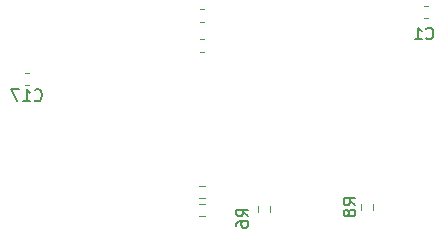
<source format=gbr>
%TF.GenerationSoftware,KiCad,Pcbnew,(6.0.1-0)*%
%TF.CreationDate,2022-03-27T10:04:37-07:00*%
%TF.ProjectId,CocktailMachine,436f636b-7461-4696-9c4d-616368696e65,rev?*%
%TF.SameCoordinates,Original*%
%TF.FileFunction,Legend,Bot*%
%TF.FilePolarity,Positive*%
%FSLAX46Y46*%
G04 Gerber Fmt 4.6, Leading zero omitted, Abs format (unit mm)*
G04 Created by KiCad (PCBNEW (6.0.1-0)) date 2022-03-27 10:04:37*
%MOMM*%
%LPD*%
G01*
G04 APERTURE LIST*
%ADD10C,0.150000*%
%ADD11C,0.120000*%
G04 APERTURE END LIST*
D10*
%TO.C,C1*%
X114226666Y-66692142D02*
X114274285Y-66739761D01*
X114417142Y-66787380D01*
X114512380Y-66787380D01*
X114655238Y-66739761D01*
X114750476Y-66644523D01*
X114798095Y-66549285D01*
X114845714Y-66358809D01*
X114845714Y-66215952D01*
X114798095Y-66025476D01*
X114750476Y-65930238D01*
X114655238Y-65835000D01*
X114512380Y-65787380D01*
X114417142Y-65787380D01*
X114274285Y-65835000D01*
X114226666Y-65882619D01*
X113274285Y-66787380D02*
X113845714Y-66787380D01*
X113560000Y-66787380D02*
X113560000Y-65787380D01*
X113655238Y-65930238D01*
X113750476Y-66025476D01*
X113845714Y-66073095D01*
%TO.C,C17*%
X81075857Y-71922142D02*
X81123476Y-71969761D01*
X81266333Y-72017380D01*
X81361571Y-72017380D01*
X81504428Y-71969761D01*
X81599666Y-71874523D01*
X81647285Y-71779285D01*
X81694904Y-71588809D01*
X81694904Y-71445952D01*
X81647285Y-71255476D01*
X81599666Y-71160238D01*
X81504428Y-71065000D01*
X81361571Y-71017380D01*
X81266333Y-71017380D01*
X81123476Y-71065000D01*
X81075857Y-71112619D01*
X80123476Y-72017380D02*
X80694904Y-72017380D01*
X80409190Y-72017380D02*
X80409190Y-71017380D01*
X80504428Y-71160238D01*
X80599666Y-71255476D01*
X80694904Y-71303095D01*
X79790142Y-71017380D02*
X79123476Y-71017380D01*
X79552047Y-72017380D01*
%TO.C,R6*%
X99174380Y-81770333D02*
X98698190Y-81437000D01*
X99174380Y-81198904D02*
X98174380Y-81198904D01*
X98174380Y-81579857D01*
X98222000Y-81675095D01*
X98269619Y-81722714D01*
X98364857Y-81770333D01*
X98507714Y-81770333D01*
X98602952Y-81722714D01*
X98650571Y-81675095D01*
X98698190Y-81579857D01*
X98698190Y-81198904D01*
X98174380Y-82627476D02*
X98174380Y-82437000D01*
X98222000Y-82341761D01*
X98269619Y-82294142D01*
X98412476Y-82198904D01*
X98602952Y-82151285D01*
X98983904Y-82151285D01*
X99079142Y-82198904D01*
X99126761Y-82246523D01*
X99174380Y-82341761D01*
X99174380Y-82532238D01*
X99126761Y-82627476D01*
X99079142Y-82675095D01*
X98983904Y-82722714D01*
X98745809Y-82722714D01*
X98650571Y-82675095D01*
X98602952Y-82627476D01*
X98555333Y-82532238D01*
X98555333Y-82341761D01*
X98602952Y-82246523D01*
X98650571Y-82198904D01*
X98745809Y-82151285D01*
%TO.C,R8*%
X108242380Y-80833333D02*
X107766190Y-80500000D01*
X108242380Y-80261904D02*
X107242380Y-80261904D01*
X107242380Y-80642857D01*
X107290000Y-80738095D01*
X107337619Y-80785714D01*
X107432857Y-80833333D01*
X107575714Y-80833333D01*
X107670952Y-80785714D01*
X107718571Y-80738095D01*
X107766190Y-80642857D01*
X107766190Y-80261904D01*
X107670952Y-81404761D02*
X107623333Y-81309523D01*
X107575714Y-81261904D01*
X107480476Y-81214285D01*
X107432857Y-81214285D01*
X107337619Y-81261904D01*
X107290000Y-81309523D01*
X107242380Y-81404761D01*
X107242380Y-81595238D01*
X107290000Y-81690476D01*
X107337619Y-81738095D01*
X107432857Y-81785714D01*
X107480476Y-81785714D01*
X107575714Y-81738095D01*
X107623333Y-81690476D01*
X107670952Y-81595238D01*
X107670952Y-81404761D01*
X107718571Y-81309523D01*
X107766190Y-81261904D01*
X107861428Y-81214285D01*
X108051904Y-81214285D01*
X108147142Y-81261904D01*
X108194761Y-81309523D01*
X108242380Y-81404761D01*
X108242380Y-81595238D01*
X108194761Y-81690476D01*
X108147142Y-81738095D01*
X108051904Y-81785714D01*
X107861428Y-81785714D01*
X107766190Y-81738095D01*
X107718571Y-81690476D01*
X107670952Y-81595238D01*
D11*
%TO.C,C1*%
X114365580Y-63990000D02*
X114084420Y-63990000D01*
X114365580Y-65010000D02*
X114084420Y-65010000D01*
%TO.C,C3*%
X95390580Y-67820000D02*
X95109420Y-67820000D01*
X95390580Y-66800000D02*
X95109420Y-66800000D01*
%TO.C,C17*%
X80292420Y-70645000D02*
X80573580Y-70645000D01*
X80292420Y-69625000D02*
X80573580Y-69625000D01*
%TO.C,R6*%
X101022500Y-80937742D02*
X101022500Y-81412258D01*
X99977500Y-80937742D02*
X99977500Y-81412258D01*
%TO.C,R5*%
X95012742Y-80703500D02*
X95487258Y-80703500D01*
X95012742Y-81748500D02*
X95487258Y-81748500D01*
%TO.C,R8*%
X108697500Y-80762742D02*
X108697500Y-81237258D01*
X109742500Y-80762742D02*
X109742500Y-81237258D01*
%TO.C,R7*%
X95012742Y-80224500D02*
X95487258Y-80224500D01*
X95012742Y-79179500D02*
X95487258Y-79179500D01*
%TO.C,C2*%
X95109420Y-65280000D02*
X95390580Y-65280000D01*
X95109420Y-64260000D02*
X95390580Y-64260000D01*
%TD*%
M02*

</source>
